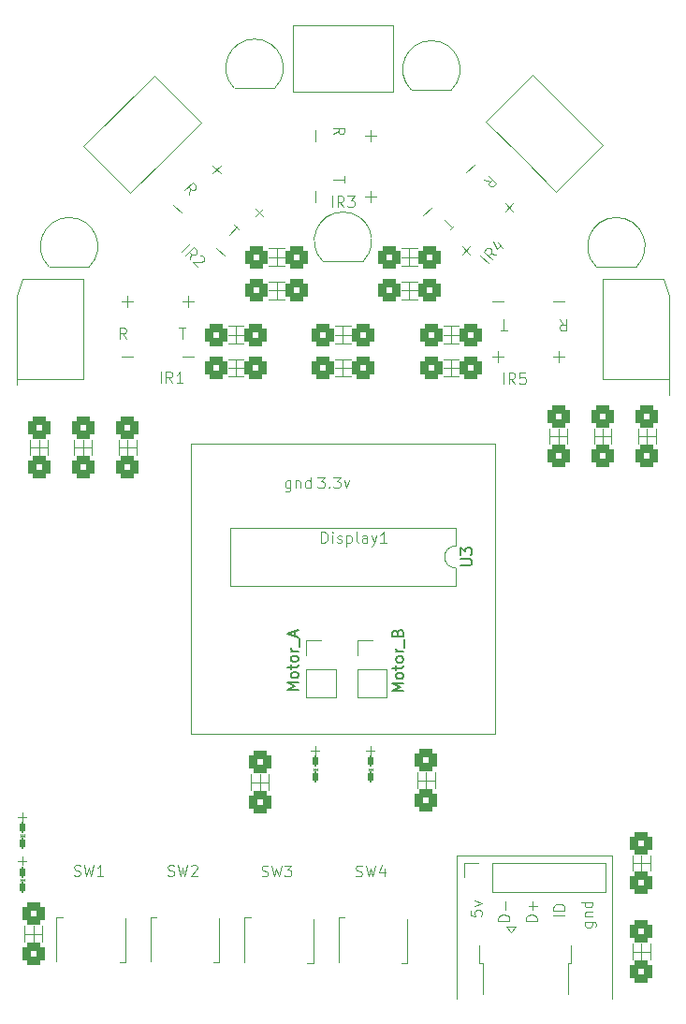
<source format=gto>
G04 #@! TF.GenerationSoftware,KiCad,Pcbnew,8.0.6-8.0.6-0~ubuntu24.04.1*
G04 #@! TF.CreationDate,2024-10-30T09:28:35+01:00*
G04 #@! TF.ProjectId,micromouse_pcb,6d696372-6f6d-46f7-9573-655f7063622e,rev?*
G04 #@! TF.SameCoordinates,Original*
G04 #@! TF.FileFunction,Legend,Top*
G04 #@! TF.FilePolarity,Positive*
%FSLAX46Y46*%
G04 Gerber Fmt 4.6, Leading zero omitted, Abs format (unit mm)*
G04 Created by KiCad (PCBNEW 8.0.6-8.0.6-0~ubuntu24.04.1) date 2024-10-30 09:28:35*
%MOMM*%
%LPD*%
G01*
G04 APERTURE LIST*
G04 Aperture macros list*
%AMRoundRect*
0 Rectangle with rounded corners*
0 $1 Rounding radius*
0 $2 $3 $4 $5 $6 $7 $8 $9 X,Y pos of 4 corners*
0 Add a 4 corners polygon primitive as box body*
4,1,4,$2,$3,$4,$5,$6,$7,$8,$9,$2,$3,0*
0 Add four circle primitives for the rounded corners*
1,1,$1+$1,$2,$3*
1,1,$1+$1,$4,$5*
1,1,$1+$1,$6,$7*
1,1,$1+$1,$8,$9*
0 Add four rect primitives between the rounded corners*
20,1,$1+$1,$2,$3,$4,$5,0*
20,1,$1+$1,$4,$5,$6,$7,0*
20,1,$1+$1,$6,$7,$8,$9,0*
20,1,$1+$1,$8,$9,$2,$3,0*%
G04 Aperture macros list end*
%ADD10C,0.100000*%
%ADD11C,0.150000*%
%ADD12C,0.120000*%
%ADD13RoundRect,0.125000X0.125000X-0.375000X0.125000X0.375000X-0.125000X0.375000X-0.125000X-0.375000X0*%
%ADD14C,1.524000*%
%ADD15C,2.500000*%
%ADD16RoundRect,0.384616X-0.615384X0.615384X-0.615384X-0.615384X0.615384X-0.615384X0.615384X0.615384X0*%
%ADD17RoundRect,0.384616X0.615384X-0.615384X0.615384X0.615384X-0.615384X0.615384X-0.615384X-0.615384X0*%
%ADD18RoundRect,0.384616X-0.615384X-0.615384X0.615384X-0.615384X0.615384X0.615384X-0.615384X0.615384X0*%
%ADD19R,1.050000X1.500000*%
%ADD20O,1.050000X1.500000*%
%ADD21C,3.200000*%
%ADD22O,1.524000X2.000000*%
%ADD23RoundRect,0.384616X0.615384X0.615384X-0.615384X0.615384X-0.615384X-0.615384X0.615384X-0.615384X0*%
%ADD24R,1.600000X1.600000*%
%ADD25O,1.600000X1.600000*%
%ADD26R,0.400000X1.650000*%
%ADD27R,1.825000X0.700000*%
%ADD28R,2.000000X1.500000*%
%ADD29R,1.350000X2.000000*%
%ADD30O,1.350000X1.700000*%
%ADD31O,1.100000X1.500000*%
%ADD32R,1.430000X2.500000*%
%ADD33R,1.700000X2.200000*%
%ADD34O,1.700000X2.200000*%
%ADD35O,1.700000X1.700000*%
%ADD36R,1.700000X1.700000*%
%ADD37R,1.700000X3.000000*%
G04 APERTURE END LIST*
D10*
X152491466Y-126996115D02*
X152491466Y-126234211D01*
X152872419Y-126615163D02*
X152110514Y-126615163D01*
X164523810Y-93457419D02*
X164523810Y-92457419D01*
X165571428Y-93457419D02*
X165238095Y-92981228D01*
X165000000Y-93457419D02*
X165000000Y-92457419D01*
X165000000Y-92457419D02*
X165380952Y-92457419D01*
X165380952Y-92457419D02*
X165476190Y-92505038D01*
X165476190Y-92505038D02*
X165523809Y-92552657D01*
X165523809Y-92552657D02*
X165571428Y-92647895D01*
X165571428Y-92647895D02*
X165571428Y-92790752D01*
X165571428Y-92790752D02*
X165523809Y-92885990D01*
X165523809Y-92885990D02*
X165476190Y-92933609D01*
X165476190Y-92933609D02*
X165380952Y-92981228D01*
X165380952Y-92981228D02*
X165000000Y-92981228D01*
X166476190Y-92457419D02*
X166000000Y-92457419D01*
X166000000Y-92457419D02*
X165952381Y-92933609D01*
X165952381Y-92933609D02*
X166000000Y-92885990D01*
X166000000Y-92885990D02*
X166095238Y-92838371D01*
X166095238Y-92838371D02*
X166333333Y-92838371D01*
X166333333Y-92838371D02*
X166428571Y-92885990D01*
X166428571Y-92885990D02*
X166476190Y-92933609D01*
X166476190Y-92933609D02*
X166523809Y-93028847D01*
X166523809Y-93028847D02*
X166523809Y-93266942D01*
X166523809Y-93266942D02*
X166476190Y-93362180D01*
X166476190Y-93362180D02*
X166428571Y-93409800D01*
X166428571Y-93409800D02*
X166333333Y-93457419D01*
X166333333Y-93457419D02*
X166095238Y-93457419D01*
X166095238Y-93457419D02*
X166000000Y-93409800D01*
X166000000Y-93409800D02*
X165952381Y-93362180D01*
X164838972Y-88627580D02*
X164267544Y-88627580D01*
X164553258Y-87627580D02*
X164553258Y-88627580D01*
X169624687Y-87627580D02*
X169958020Y-88103771D01*
X170196115Y-87627580D02*
X170196115Y-88627580D01*
X170196115Y-88627580D02*
X169815163Y-88627580D01*
X169815163Y-88627580D02*
X169719925Y-88579961D01*
X169719925Y-88579961D02*
X169672306Y-88532342D01*
X169672306Y-88532342D02*
X169624687Y-88437104D01*
X169624687Y-88437104D02*
X169624687Y-88294247D01*
X169624687Y-88294247D02*
X169672306Y-88199009D01*
X169672306Y-88199009D02*
X169719925Y-88151390D01*
X169719925Y-88151390D02*
X169815163Y-88103771D01*
X169815163Y-88103771D02*
X170196115Y-88103771D01*
X133523810Y-93357419D02*
X133523810Y-92357419D01*
X134571428Y-93357419D02*
X134238095Y-92881228D01*
X134000000Y-93357419D02*
X134000000Y-92357419D01*
X134000000Y-92357419D02*
X134380952Y-92357419D01*
X134380952Y-92357419D02*
X134476190Y-92405038D01*
X134476190Y-92405038D02*
X134523809Y-92452657D01*
X134523809Y-92452657D02*
X134571428Y-92547895D01*
X134571428Y-92547895D02*
X134571428Y-92690752D01*
X134571428Y-92690752D02*
X134523809Y-92785990D01*
X134523809Y-92785990D02*
X134476190Y-92833609D01*
X134476190Y-92833609D02*
X134380952Y-92881228D01*
X134380952Y-92881228D02*
X134000000Y-92881228D01*
X135523809Y-93357419D02*
X134952381Y-93357419D01*
X135238095Y-93357419D02*
X135238095Y-92357419D01*
X135238095Y-92357419D02*
X135142857Y-92500276D01*
X135142857Y-92500276D02*
X135047619Y-92595514D01*
X135047619Y-92595514D02*
X134952381Y-92643133D01*
X135161027Y-88372419D02*
X135732455Y-88372419D01*
X135446741Y-89372419D02*
X135446741Y-88372419D01*
X130375312Y-89372419D02*
X130041979Y-88896228D01*
X129803884Y-89372419D02*
X129803884Y-88372419D01*
X129803884Y-88372419D02*
X130184836Y-88372419D01*
X130184836Y-88372419D02*
X130280074Y-88420038D01*
X130280074Y-88420038D02*
X130327693Y-88467657D01*
X130327693Y-88467657D02*
X130375312Y-88562895D01*
X130375312Y-88562895D02*
X130375312Y-88705752D01*
X130375312Y-88705752D02*
X130327693Y-88800990D01*
X130327693Y-88800990D02*
X130280074Y-88848609D01*
X130280074Y-88848609D02*
X130184836Y-88896228D01*
X130184836Y-88896228D02*
X129803884Y-88896228D01*
X147491466Y-126996115D02*
X147491466Y-126234211D01*
X147872419Y-126615163D02*
X147110514Y-126615163D01*
X148041428Y-107832419D02*
X148041428Y-106832419D01*
X148041428Y-106832419D02*
X148279523Y-106832419D01*
X148279523Y-106832419D02*
X148422380Y-106880038D01*
X148422380Y-106880038D02*
X148517618Y-106975276D01*
X148517618Y-106975276D02*
X148565237Y-107070514D01*
X148565237Y-107070514D02*
X148612856Y-107260990D01*
X148612856Y-107260990D02*
X148612856Y-107403847D01*
X148612856Y-107403847D02*
X148565237Y-107594323D01*
X148565237Y-107594323D02*
X148517618Y-107689561D01*
X148517618Y-107689561D02*
X148422380Y-107784800D01*
X148422380Y-107784800D02*
X148279523Y-107832419D01*
X148279523Y-107832419D02*
X148041428Y-107832419D01*
X149041428Y-107832419D02*
X149041428Y-107165752D01*
X149041428Y-106832419D02*
X148993809Y-106880038D01*
X148993809Y-106880038D02*
X149041428Y-106927657D01*
X149041428Y-106927657D02*
X149089047Y-106880038D01*
X149089047Y-106880038D02*
X149041428Y-106832419D01*
X149041428Y-106832419D02*
X149041428Y-106927657D01*
X149469999Y-107784800D02*
X149565237Y-107832419D01*
X149565237Y-107832419D02*
X149755713Y-107832419D01*
X149755713Y-107832419D02*
X149850951Y-107784800D01*
X149850951Y-107784800D02*
X149898570Y-107689561D01*
X149898570Y-107689561D02*
X149898570Y-107641942D01*
X149898570Y-107641942D02*
X149850951Y-107546704D01*
X149850951Y-107546704D02*
X149755713Y-107499085D01*
X149755713Y-107499085D02*
X149612856Y-107499085D01*
X149612856Y-107499085D02*
X149517618Y-107451466D01*
X149517618Y-107451466D02*
X149469999Y-107356228D01*
X149469999Y-107356228D02*
X149469999Y-107308609D01*
X149469999Y-107308609D02*
X149517618Y-107213371D01*
X149517618Y-107213371D02*
X149612856Y-107165752D01*
X149612856Y-107165752D02*
X149755713Y-107165752D01*
X149755713Y-107165752D02*
X149850951Y-107213371D01*
X150327142Y-107165752D02*
X150327142Y-108165752D01*
X150327142Y-107213371D02*
X150422380Y-107165752D01*
X150422380Y-107165752D02*
X150612856Y-107165752D01*
X150612856Y-107165752D02*
X150708094Y-107213371D01*
X150708094Y-107213371D02*
X150755713Y-107260990D01*
X150755713Y-107260990D02*
X150803332Y-107356228D01*
X150803332Y-107356228D02*
X150803332Y-107641942D01*
X150803332Y-107641942D02*
X150755713Y-107737180D01*
X150755713Y-107737180D02*
X150708094Y-107784800D01*
X150708094Y-107784800D02*
X150612856Y-107832419D01*
X150612856Y-107832419D02*
X150422380Y-107832419D01*
X150422380Y-107832419D02*
X150327142Y-107784800D01*
X151374761Y-107832419D02*
X151279523Y-107784800D01*
X151279523Y-107784800D02*
X151231904Y-107689561D01*
X151231904Y-107689561D02*
X151231904Y-106832419D01*
X152184285Y-107832419D02*
X152184285Y-107308609D01*
X152184285Y-107308609D02*
X152136666Y-107213371D01*
X152136666Y-107213371D02*
X152041428Y-107165752D01*
X152041428Y-107165752D02*
X151850952Y-107165752D01*
X151850952Y-107165752D02*
X151755714Y-107213371D01*
X152184285Y-107784800D02*
X152089047Y-107832419D01*
X152089047Y-107832419D02*
X151850952Y-107832419D01*
X151850952Y-107832419D02*
X151755714Y-107784800D01*
X151755714Y-107784800D02*
X151708095Y-107689561D01*
X151708095Y-107689561D02*
X151708095Y-107594323D01*
X151708095Y-107594323D02*
X151755714Y-107499085D01*
X151755714Y-107499085D02*
X151850952Y-107451466D01*
X151850952Y-107451466D02*
X152089047Y-107451466D01*
X152089047Y-107451466D02*
X152184285Y-107403847D01*
X152565238Y-107165752D02*
X152803333Y-107832419D01*
X153041428Y-107165752D02*
X152803333Y-107832419D01*
X152803333Y-107832419D02*
X152708095Y-108070514D01*
X152708095Y-108070514D02*
X152660476Y-108118133D01*
X152660476Y-108118133D02*
X152565238Y-108165752D01*
X153946190Y-107832419D02*
X153374762Y-107832419D01*
X153660476Y-107832419D02*
X153660476Y-106832419D01*
X153660476Y-106832419D02*
X153565238Y-106975276D01*
X153565238Y-106975276D02*
X153470000Y-107070514D01*
X153470000Y-107070514D02*
X153374762Y-107118133D01*
X145232455Y-102205752D02*
X145232455Y-103015276D01*
X145232455Y-103015276D02*
X145184836Y-103110514D01*
X145184836Y-103110514D02*
X145137217Y-103158133D01*
X145137217Y-103158133D02*
X145041979Y-103205752D01*
X145041979Y-103205752D02*
X144899122Y-103205752D01*
X144899122Y-103205752D02*
X144803884Y-103158133D01*
X145232455Y-102824800D02*
X145137217Y-102872419D01*
X145137217Y-102872419D02*
X144946741Y-102872419D01*
X144946741Y-102872419D02*
X144851503Y-102824800D01*
X144851503Y-102824800D02*
X144803884Y-102777180D01*
X144803884Y-102777180D02*
X144756265Y-102681942D01*
X144756265Y-102681942D02*
X144756265Y-102396228D01*
X144756265Y-102396228D02*
X144803884Y-102300990D01*
X144803884Y-102300990D02*
X144851503Y-102253371D01*
X144851503Y-102253371D02*
X144946741Y-102205752D01*
X144946741Y-102205752D02*
X145137217Y-102205752D01*
X145137217Y-102205752D02*
X145232455Y-102253371D01*
X145708646Y-102205752D02*
X145708646Y-102872419D01*
X145708646Y-102300990D02*
X145756265Y-102253371D01*
X145756265Y-102253371D02*
X145851503Y-102205752D01*
X145851503Y-102205752D02*
X145994360Y-102205752D01*
X145994360Y-102205752D02*
X146089598Y-102253371D01*
X146089598Y-102253371D02*
X146137217Y-102348609D01*
X146137217Y-102348609D02*
X146137217Y-102872419D01*
X147041979Y-102872419D02*
X147041979Y-101872419D01*
X147041979Y-102824800D02*
X146946741Y-102872419D01*
X146946741Y-102872419D02*
X146756265Y-102872419D01*
X146756265Y-102872419D02*
X146661027Y-102824800D01*
X146661027Y-102824800D02*
X146613408Y-102777180D01*
X146613408Y-102777180D02*
X146565789Y-102681942D01*
X146565789Y-102681942D02*
X146565789Y-102396228D01*
X146565789Y-102396228D02*
X146613408Y-102300990D01*
X146613408Y-102300990D02*
X146661027Y-102253371D01*
X146661027Y-102253371D02*
X146756265Y-102205752D01*
X146756265Y-102205752D02*
X146946741Y-102205752D01*
X146946741Y-102205752D02*
X147041979Y-102253371D01*
X147708646Y-101872419D02*
X148327693Y-101872419D01*
X148327693Y-101872419D02*
X147994360Y-102253371D01*
X147994360Y-102253371D02*
X148137217Y-102253371D01*
X148137217Y-102253371D02*
X148232455Y-102300990D01*
X148232455Y-102300990D02*
X148280074Y-102348609D01*
X148280074Y-102348609D02*
X148327693Y-102443847D01*
X148327693Y-102443847D02*
X148327693Y-102681942D01*
X148327693Y-102681942D02*
X148280074Y-102777180D01*
X148280074Y-102777180D02*
X148232455Y-102824800D01*
X148232455Y-102824800D02*
X148137217Y-102872419D01*
X148137217Y-102872419D02*
X147851503Y-102872419D01*
X147851503Y-102872419D02*
X147756265Y-102824800D01*
X147756265Y-102824800D02*
X147708646Y-102777180D01*
X148756265Y-102777180D02*
X148803884Y-102824800D01*
X148803884Y-102824800D02*
X148756265Y-102872419D01*
X148756265Y-102872419D02*
X148708646Y-102824800D01*
X148708646Y-102824800D02*
X148756265Y-102777180D01*
X148756265Y-102777180D02*
X148756265Y-102872419D01*
X149137217Y-101872419D02*
X149756264Y-101872419D01*
X149756264Y-101872419D02*
X149422931Y-102253371D01*
X149422931Y-102253371D02*
X149565788Y-102253371D01*
X149565788Y-102253371D02*
X149661026Y-102300990D01*
X149661026Y-102300990D02*
X149708645Y-102348609D01*
X149708645Y-102348609D02*
X149756264Y-102443847D01*
X149756264Y-102443847D02*
X149756264Y-102681942D01*
X149756264Y-102681942D02*
X149708645Y-102777180D01*
X149708645Y-102777180D02*
X149661026Y-102824800D01*
X149661026Y-102824800D02*
X149565788Y-102872419D01*
X149565788Y-102872419D02*
X149280074Y-102872419D01*
X149280074Y-102872419D02*
X149184836Y-102824800D01*
X149184836Y-102824800D02*
X149137217Y-102777180D01*
X150089598Y-102205752D02*
X150327693Y-102872419D01*
X150327693Y-102872419D02*
X150565788Y-102205752D01*
X149023810Y-77457419D02*
X149023810Y-76457419D01*
X150071428Y-77457419D02*
X149738095Y-76981228D01*
X149500000Y-77457419D02*
X149500000Y-76457419D01*
X149500000Y-76457419D02*
X149880952Y-76457419D01*
X149880952Y-76457419D02*
X149976190Y-76505038D01*
X149976190Y-76505038D02*
X150023809Y-76552657D01*
X150023809Y-76552657D02*
X150071428Y-76647895D01*
X150071428Y-76647895D02*
X150071428Y-76790752D01*
X150071428Y-76790752D02*
X150023809Y-76885990D01*
X150023809Y-76885990D02*
X149976190Y-76933609D01*
X149976190Y-76933609D02*
X149880952Y-76981228D01*
X149880952Y-76981228D02*
X149500000Y-76981228D01*
X150404762Y-76457419D02*
X151023809Y-76457419D01*
X151023809Y-76457419D02*
X150690476Y-76838371D01*
X150690476Y-76838371D02*
X150833333Y-76838371D01*
X150833333Y-76838371D02*
X150928571Y-76885990D01*
X150928571Y-76885990D02*
X150976190Y-76933609D01*
X150976190Y-76933609D02*
X151023809Y-77028847D01*
X151023809Y-77028847D02*
X151023809Y-77266942D01*
X151023809Y-77266942D02*
X150976190Y-77362180D01*
X150976190Y-77362180D02*
X150928571Y-77409800D01*
X150928571Y-77409800D02*
X150833333Y-77457419D01*
X150833333Y-77457419D02*
X150547619Y-77457419D01*
X150547619Y-77457419D02*
X150452381Y-77409800D01*
X150452381Y-77409800D02*
X150404762Y-77362180D01*
X149127580Y-70875312D02*
X149603771Y-70541979D01*
X149127580Y-70303884D02*
X150127580Y-70303884D01*
X150127580Y-70303884D02*
X150127580Y-70684836D01*
X150127580Y-70684836D02*
X150079961Y-70780074D01*
X150079961Y-70780074D02*
X150032342Y-70827693D01*
X150032342Y-70827693D02*
X149937104Y-70875312D01*
X149937104Y-70875312D02*
X149794247Y-70875312D01*
X149794247Y-70875312D02*
X149699009Y-70827693D01*
X149699009Y-70827693D02*
X149651390Y-70780074D01*
X149651390Y-70780074D02*
X149603771Y-70684836D01*
X149603771Y-70684836D02*
X149603771Y-70303884D01*
X150127580Y-74661027D02*
X150127580Y-75232455D01*
X149127580Y-74946741D02*
X150127580Y-74946741D01*
X163133173Y-82513714D02*
X162426066Y-81806607D01*
X163873951Y-81772936D02*
X163301532Y-81671921D01*
X163469890Y-82176997D02*
X162762784Y-81469890D01*
X162762784Y-81469890D02*
X163032158Y-81200516D01*
X163032158Y-81200516D02*
X163133173Y-81166844D01*
X163133173Y-81166844D02*
X163200516Y-81166844D01*
X163200516Y-81166844D02*
X163301532Y-81200516D01*
X163301532Y-81200516D02*
X163402547Y-81301531D01*
X163402547Y-81301531D02*
X163436219Y-81402547D01*
X163436219Y-81402547D02*
X163436219Y-81469890D01*
X163436219Y-81469890D02*
X163402547Y-81570905D01*
X163402547Y-81570905D02*
X163133173Y-81840279D01*
X164008638Y-80695440D02*
X164480043Y-81166844D01*
X163570906Y-80594425D02*
X163907623Y-81267860D01*
X163907623Y-81267860D02*
X164345356Y-80830127D01*
X162753758Y-75012452D02*
X163326178Y-75113468D01*
X163157819Y-74608391D02*
X163864926Y-75315498D01*
X163864926Y-75315498D02*
X163595552Y-75584872D01*
X163595552Y-75584872D02*
X163494537Y-75618544D01*
X163494537Y-75618544D02*
X163427193Y-75618544D01*
X163427193Y-75618544D02*
X163326178Y-75584872D01*
X163326178Y-75584872D02*
X163225163Y-75483857D01*
X163225163Y-75483857D02*
X163191491Y-75382842D01*
X163191491Y-75382842D02*
X163191491Y-75315498D01*
X163191491Y-75315498D02*
X163225163Y-75214483D01*
X163225163Y-75214483D02*
X163494537Y-74945109D01*
X160076855Y-79103570D02*
X159672794Y-79507631D01*
X159167718Y-78598494D02*
X159874825Y-79305600D01*
D11*
X160659819Y-109871904D02*
X161469342Y-109871904D01*
X161469342Y-109871904D02*
X161564580Y-109824285D01*
X161564580Y-109824285D02*
X161612200Y-109776666D01*
X161612200Y-109776666D02*
X161659819Y-109681428D01*
X161659819Y-109681428D02*
X161659819Y-109490952D01*
X161659819Y-109490952D02*
X161612200Y-109395714D01*
X161612200Y-109395714D02*
X161564580Y-109348095D01*
X161564580Y-109348095D02*
X161469342Y-109300476D01*
X161469342Y-109300476D02*
X160659819Y-109300476D01*
X160659819Y-108919523D02*
X160659819Y-108300476D01*
X160659819Y-108300476D02*
X161040771Y-108633809D01*
X161040771Y-108633809D02*
X161040771Y-108490952D01*
X161040771Y-108490952D02*
X161088390Y-108395714D01*
X161088390Y-108395714D02*
X161136009Y-108348095D01*
X161136009Y-108348095D02*
X161231247Y-108300476D01*
X161231247Y-108300476D02*
X161469342Y-108300476D01*
X161469342Y-108300476D02*
X161564580Y-108348095D01*
X161564580Y-108348095D02*
X161612200Y-108395714D01*
X161612200Y-108395714D02*
X161659819Y-108490952D01*
X161659819Y-108490952D02*
X161659819Y-108776666D01*
X161659819Y-108776666D02*
X161612200Y-108871904D01*
X161612200Y-108871904D02*
X161564580Y-108919523D01*
D10*
X120991466Y-136996115D02*
X120991466Y-136234211D01*
X121372419Y-136615163D02*
X120610514Y-136615163D01*
X120991466Y-132996115D02*
X120991466Y-132234211D01*
X121372419Y-132615163D02*
X120610514Y-132615163D01*
X165047419Y-142046115D02*
X164047419Y-142046115D01*
X164047419Y-142046115D02*
X164047419Y-141808020D01*
X164047419Y-141808020D02*
X164095038Y-141665163D01*
X164095038Y-141665163D02*
X164190276Y-141569925D01*
X164190276Y-141569925D02*
X164285514Y-141522306D01*
X164285514Y-141522306D02*
X164475990Y-141474687D01*
X164475990Y-141474687D02*
X164618847Y-141474687D01*
X164618847Y-141474687D02*
X164809323Y-141522306D01*
X164809323Y-141522306D02*
X164904561Y-141569925D01*
X164904561Y-141569925D02*
X164999800Y-141665163D01*
X164999800Y-141665163D02*
X165047419Y-141808020D01*
X165047419Y-141808020D02*
X165047419Y-142046115D01*
X164666466Y-141046115D02*
X164666466Y-140284211D01*
X171880752Y-142117544D02*
X172690276Y-142117544D01*
X172690276Y-142117544D02*
X172785514Y-142165163D01*
X172785514Y-142165163D02*
X172833133Y-142212782D01*
X172833133Y-142212782D02*
X172880752Y-142308020D01*
X172880752Y-142308020D02*
X172880752Y-142450877D01*
X172880752Y-142450877D02*
X172833133Y-142546115D01*
X172499800Y-142117544D02*
X172547419Y-142212782D01*
X172547419Y-142212782D02*
X172547419Y-142403258D01*
X172547419Y-142403258D02*
X172499800Y-142498496D01*
X172499800Y-142498496D02*
X172452180Y-142546115D01*
X172452180Y-142546115D02*
X172356942Y-142593734D01*
X172356942Y-142593734D02*
X172071228Y-142593734D01*
X172071228Y-142593734D02*
X171975990Y-142546115D01*
X171975990Y-142546115D02*
X171928371Y-142498496D01*
X171928371Y-142498496D02*
X171880752Y-142403258D01*
X171880752Y-142403258D02*
X171880752Y-142212782D01*
X171880752Y-142212782D02*
X171928371Y-142117544D01*
X171880752Y-141641353D02*
X172547419Y-141641353D01*
X171975990Y-141641353D02*
X171928371Y-141593734D01*
X171928371Y-141593734D02*
X171880752Y-141498496D01*
X171880752Y-141498496D02*
X171880752Y-141355639D01*
X171880752Y-141355639D02*
X171928371Y-141260401D01*
X171928371Y-141260401D02*
X172023609Y-141212782D01*
X172023609Y-141212782D02*
X172547419Y-141212782D01*
X172547419Y-140308020D02*
X171547419Y-140308020D01*
X172499800Y-140308020D02*
X172547419Y-140403258D01*
X172547419Y-140403258D02*
X172547419Y-140593734D01*
X172547419Y-140593734D02*
X172499800Y-140688972D01*
X172499800Y-140688972D02*
X172452180Y-140736591D01*
X172452180Y-140736591D02*
X172356942Y-140784210D01*
X172356942Y-140784210D02*
X172071228Y-140784210D01*
X172071228Y-140784210D02*
X171975990Y-140736591D01*
X171975990Y-140736591D02*
X171928371Y-140688972D01*
X171928371Y-140688972D02*
X171880752Y-140593734D01*
X171880752Y-140593734D02*
X171880752Y-140403258D01*
X171880752Y-140403258D02*
X171928371Y-140308020D01*
X167547419Y-142046115D02*
X166547419Y-142046115D01*
X166547419Y-142046115D02*
X166547419Y-141808020D01*
X166547419Y-141808020D02*
X166595038Y-141665163D01*
X166595038Y-141665163D02*
X166690276Y-141569925D01*
X166690276Y-141569925D02*
X166785514Y-141522306D01*
X166785514Y-141522306D02*
X166975990Y-141474687D01*
X166975990Y-141474687D02*
X167118847Y-141474687D01*
X167118847Y-141474687D02*
X167309323Y-141522306D01*
X167309323Y-141522306D02*
X167404561Y-141569925D01*
X167404561Y-141569925D02*
X167499800Y-141665163D01*
X167499800Y-141665163D02*
X167547419Y-141808020D01*
X167547419Y-141808020D02*
X167547419Y-142046115D01*
X167166466Y-141046115D02*
X167166466Y-140284211D01*
X167547419Y-140665163D02*
X166785514Y-140665163D01*
X161547419Y-141069925D02*
X161547419Y-141546115D01*
X161547419Y-141546115D02*
X162023609Y-141593734D01*
X162023609Y-141593734D02*
X161975990Y-141546115D01*
X161975990Y-141546115D02*
X161928371Y-141450877D01*
X161928371Y-141450877D02*
X161928371Y-141212782D01*
X161928371Y-141212782D02*
X161975990Y-141117544D01*
X161975990Y-141117544D02*
X162023609Y-141069925D01*
X162023609Y-141069925D02*
X162118847Y-141022306D01*
X162118847Y-141022306D02*
X162356942Y-141022306D01*
X162356942Y-141022306D02*
X162452180Y-141069925D01*
X162452180Y-141069925D02*
X162499800Y-141117544D01*
X162499800Y-141117544D02*
X162547419Y-141212782D01*
X162547419Y-141212782D02*
X162547419Y-141450877D01*
X162547419Y-141450877D02*
X162499800Y-141546115D01*
X162499800Y-141546115D02*
X162452180Y-141593734D01*
X161880752Y-140688972D02*
X162547419Y-140450877D01*
X162547419Y-140450877D02*
X161880752Y-140212782D01*
X170047419Y-141546115D02*
X169047419Y-141546115D01*
X170047419Y-141069925D02*
X169047419Y-141069925D01*
X169047419Y-141069925D02*
X169047419Y-140831830D01*
X169047419Y-140831830D02*
X169095038Y-140688973D01*
X169095038Y-140688973D02*
X169190276Y-140593735D01*
X169190276Y-140593735D02*
X169285514Y-140546116D01*
X169285514Y-140546116D02*
X169475990Y-140498497D01*
X169475990Y-140498497D02*
X169618847Y-140498497D01*
X169618847Y-140498497D02*
X169809323Y-140546116D01*
X169809323Y-140546116D02*
X169904561Y-140593735D01*
X169904561Y-140593735D02*
X169999800Y-140688973D01*
X169999800Y-140688973D02*
X170047419Y-140831830D01*
X170047419Y-140831830D02*
X170047419Y-141069925D01*
D11*
X145954819Y-121142857D02*
X144954819Y-121142857D01*
X144954819Y-121142857D02*
X145669104Y-120809524D01*
X145669104Y-120809524D02*
X144954819Y-120476191D01*
X144954819Y-120476191D02*
X145954819Y-120476191D01*
X145954819Y-119857143D02*
X145907200Y-119952381D01*
X145907200Y-119952381D02*
X145859580Y-120000000D01*
X145859580Y-120000000D02*
X145764342Y-120047619D01*
X145764342Y-120047619D02*
X145478628Y-120047619D01*
X145478628Y-120047619D02*
X145383390Y-120000000D01*
X145383390Y-120000000D02*
X145335771Y-119952381D01*
X145335771Y-119952381D02*
X145288152Y-119857143D01*
X145288152Y-119857143D02*
X145288152Y-119714286D01*
X145288152Y-119714286D02*
X145335771Y-119619048D01*
X145335771Y-119619048D02*
X145383390Y-119571429D01*
X145383390Y-119571429D02*
X145478628Y-119523810D01*
X145478628Y-119523810D02*
X145764342Y-119523810D01*
X145764342Y-119523810D02*
X145859580Y-119571429D01*
X145859580Y-119571429D02*
X145907200Y-119619048D01*
X145907200Y-119619048D02*
X145954819Y-119714286D01*
X145954819Y-119714286D02*
X145954819Y-119857143D01*
X145288152Y-119238095D02*
X145288152Y-118857143D01*
X144954819Y-119095238D02*
X145811961Y-119095238D01*
X145811961Y-119095238D02*
X145907200Y-119047619D01*
X145907200Y-119047619D02*
X145954819Y-118952381D01*
X145954819Y-118952381D02*
X145954819Y-118857143D01*
X145954819Y-118380952D02*
X145907200Y-118476190D01*
X145907200Y-118476190D02*
X145859580Y-118523809D01*
X145859580Y-118523809D02*
X145764342Y-118571428D01*
X145764342Y-118571428D02*
X145478628Y-118571428D01*
X145478628Y-118571428D02*
X145383390Y-118523809D01*
X145383390Y-118523809D02*
X145335771Y-118476190D01*
X145335771Y-118476190D02*
X145288152Y-118380952D01*
X145288152Y-118380952D02*
X145288152Y-118238095D01*
X145288152Y-118238095D02*
X145335771Y-118142857D01*
X145335771Y-118142857D02*
X145383390Y-118095238D01*
X145383390Y-118095238D02*
X145478628Y-118047619D01*
X145478628Y-118047619D02*
X145764342Y-118047619D01*
X145764342Y-118047619D02*
X145859580Y-118095238D01*
X145859580Y-118095238D02*
X145907200Y-118142857D01*
X145907200Y-118142857D02*
X145954819Y-118238095D01*
X145954819Y-118238095D02*
X145954819Y-118380952D01*
X145954819Y-117619047D02*
X145288152Y-117619047D01*
X145478628Y-117619047D02*
X145383390Y-117571428D01*
X145383390Y-117571428D02*
X145335771Y-117523809D01*
X145335771Y-117523809D02*
X145288152Y-117428571D01*
X145288152Y-117428571D02*
X145288152Y-117333333D01*
X146050057Y-117238095D02*
X146050057Y-116476190D01*
X145669104Y-116285713D02*
X145669104Y-115809523D01*
X145954819Y-116380951D02*
X144954819Y-116047618D01*
X144954819Y-116047618D02*
X145954819Y-115714285D01*
D10*
X151156667Y-137959800D02*
X151299524Y-138007419D01*
X151299524Y-138007419D02*
X151537619Y-138007419D01*
X151537619Y-138007419D02*
X151632857Y-137959800D01*
X151632857Y-137959800D02*
X151680476Y-137912180D01*
X151680476Y-137912180D02*
X151728095Y-137816942D01*
X151728095Y-137816942D02*
X151728095Y-137721704D01*
X151728095Y-137721704D02*
X151680476Y-137626466D01*
X151680476Y-137626466D02*
X151632857Y-137578847D01*
X151632857Y-137578847D02*
X151537619Y-137531228D01*
X151537619Y-137531228D02*
X151347143Y-137483609D01*
X151347143Y-137483609D02*
X151251905Y-137435990D01*
X151251905Y-137435990D02*
X151204286Y-137388371D01*
X151204286Y-137388371D02*
X151156667Y-137293133D01*
X151156667Y-137293133D02*
X151156667Y-137197895D01*
X151156667Y-137197895D02*
X151204286Y-137102657D01*
X151204286Y-137102657D02*
X151251905Y-137055038D01*
X151251905Y-137055038D02*
X151347143Y-137007419D01*
X151347143Y-137007419D02*
X151585238Y-137007419D01*
X151585238Y-137007419D02*
X151728095Y-137055038D01*
X152061429Y-137007419D02*
X152299524Y-138007419D01*
X152299524Y-138007419D02*
X152490000Y-137293133D01*
X152490000Y-137293133D02*
X152680476Y-138007419D01*
X152680476Y-138007419D02*
X152918572Y-137007419D01*
X153728095Y-137340752D02*
X153728095Y-138007419D01*
X153490000Y-136959800D02*
X153251905Y-137674085D01*
X153251905Y-137674085D02*
X153870952Y-137674085D01*
X134156667Y-137909800D02*
X134299524Y-137957419D01*
X134299524Y-137957419D02*
X134537619Y-137957419D01*
X134537619Y-137957419D02*
X134632857Y-137909800D01*
X134632857Y-137909800D02*
X134680476Y-137862180D01*
X134680476Y-137862180D02*
X134728095Y-137766942D01*
X134728095Y-137766942D02*
X134728095Y-137671704D01*
X134728095Y-137671704D02*
X134680476Y-137576466D01*
X134680476Y-137576466D02*
X134632857Y-137528847D01*
X134632857Y-137528847D02*
X134537619Y-137481228D01*
X134537619Y-137481228D02*
X134347143Y-137433609D01*
X134347143Y-137433609D02*
X134251905Y-137385990D01*
X134251905Y-137385990D02*
X134204286Y-137338371D01*
X134204286Y-137338371D02*
X134156667Y-137243133D01*
X134156667Y-137243133D02*
X134156667Y-137147895D01*
X134156667Y-137147895D02*
X134204286Y-137052657D01*
X134204286Y-137052657D02*
X134251905Y-137005038D01*
X134251905Y-137005038D02*
X134347143Y-136957419D01*
X134347143Y-136957419D02*
X134585238Y-136957419D01*
X134585238Y-136957419D02*
X134728095Y-137005038D01*
X135061429Y-136957419D02*
X135299524Y-137957419D01*
X135299524Y-137957419D02*
X135490000Y-137243133D01*
X135490000Y-137243133D02*
X135680476Y-137957419D01*
X135680476Y-137957419D02*
X135918572Y-136957419D01*
X136251905Y-137052657D02*
X136299524Y-137005038D01*
X136299524Y-137005038D02*
X136394762Y-136957419D01*
X136394762Y-136957419D02*
X136632857Y-136957419D01*
X136632857Y-136957419D02*
X136728095Y-137005038D01*
X136728095Y-137005038D02*
X136775714Y-137052657D01*
X136775714Y-137052657D02*
X136823333Y-137147895D01*
X136823333Y-137147895D02*
X136823333Y-137243133D01*
X136823333Y-137243133D02*
X136775714Y-137385990D01*
X136775714Y-137385990D02*
X136204286Y-137957419D01*
X136204286Y-137957419D02*
X136823333Y-137957419D01*
X142656667Y-137959800D02*
X142799524Y-138007419D01*
X142799524Y-138007419D02*
X143037619Y-138007419D01*
X143037619Y-138007419D02*
X143132857Y-137959800D01*
X143132857Y-137959800D02*
X143180476Y-137912180D01*
X143180476Y-137912180D02*
X143228095Y-137816942D01*
X143228095Y-137816942D02*
X143228095Y-137721704D01*
X143228095Y-137721704D02*
X143180476Y-137626466D01*
X143180476Y-137626466D02*
X143132857Y-137578847D01*
X143132857Y-137578847D02*
X143037619Y-137531228D01*
X143037619Y-137531228D02*
X142847143Y-137483609D01*
X142847143Y-137483609D02*
X142751905Y-137435990D01*
X142751905Y-137435990D02*
X142704286Y-137388371D01*
X142704286Y-137388371D02*
X142656667Y-137293133D01*
X142656667Y-137293133D02*
X142656667Y-137197895D01*
X142656667Y-137197895D02*
X142704286Y-137102657D01*
X142704286Y-137102657D02*
X142751905Y-137055038D01*
X142751905Y-137055038D02*
X142847143Y-137007419D01*
X142847143Y-137007419D02*
X143085238Y-137007419D01*
X143085238Y-137007419D02*
X143228095Y-137055038D01*
X143561429Y-137007419D02*
X143799524Y-138007419D01*
X143799524Y-138007419D02*
X143990000Y-137293133D01*
X143990000Y-137293133D02*
X144180476Y-138007419D01*
X144180476Y-138007419D02*
X144418572Y-137007419D01*
X144704286Y-137007419D02*
X145323333Y-137007419D01*
X145323333Y-137007419D02*
X144990000Y-137388371D01*
X144990000Y-137388371D02*
X145132857Y-137388371D01*
X145132857Y-137388371D02*
X145228095Y-137435990D01*
X145228095Y-137435990D02*
X145275714Y-137483609D01*
X145275714Y-137483609D02*
X145323333Y-137578847D01*
X145323333Y-137578847D02*
X145323333Y-137816942D01*
X145323333Y-137816942D02*
X145275714Y-137912180D01*
X145275714Y-137912180D02*
X145228095Y-137959800D01*
X145228095Y-137959800D02*
X145132857Y-138007419D01*
X145132857Y-138007419D02*
X144847143Y-138007419D01*
X144847143Y-138007419D02*
X144751905Y-137959800D01*
X144751905Y-137959800D02*
X144704286Y-137912180D01*
D11*
X155454819Y-121214285D02*
X154454819Y-121214285D01*
X154454819Y-121214285D02*
X155169104Y-120880952D01*
X155169104Y-120880952D02*
X154454819Y-120547619D01*
X154454819Y-120547619D02*
X155454819Y-120547619D01*
X155454819Y-119928571D02*
X155407200Y-120023809D01*
X155407200Y-120023809D02*
X155359580Y-120071428D01*
X155359580Y-120071428D02*
X155264342Y-120119047D01*
X155264342Y-120119047D02*
X154978628Y-120119047D01*
X154978628Y-120119047D02*
X154883390Y-120071428D01*
X154883390Y-120071428D02*
X154835771Y-120023809D01*
X154835771Y-120023809D02*
X154788152Y-119928571D01*
X154788152Y-119928571D02*
X154788152Y-119785714D01*
X154788152Y-119785714D02*
X154835771Y-119690476D01*
X154835771Y-119690476D02*
X154883390Y-119642857D01*
X154883390Y-119642857D02*
X154978628Y-119595238D01*
X154978628Y-119595238D02*
X155264342Y-119595238D01*
X155264342Y-119595238D02*
X155359580Y-119642857D01*
X155359580Y-119642857D02*
X155407200Y-119690476D01*
X155407200Y-119690476D02*
X155454819Y-119785714D01*
X155454819Y-119785714D02*
X155454819Y-119928571D01*
X154788152Y-119309523D02*
X154788152Y-118928571D01*
X154454819Y-119166666D02*
X155311961Y-119166666D01*
X155311961Y-119166666D02*
X155407200Y-119119047D01*
X155407200Y-119119047D02*
X155454819Y-119023809D01*
X155454819Y-119023809D02*
X155454819Y-118928571D01*
X155454819Y-118452380D02*
X155407200Y-118547618D01*
X155407200Y-118547618D02*
X155359580Y-118595237D01*
X155359580Y-118595237D02*
X155264342Y-118642856D01*
X155264342Y-118642856D02*
X154978628Y-118642856D01*
X154978628Y-118642856D02*
X154883390Y-118595237D01*
X154883390Y-118595237D02*
X154835771Y-118547618D01*
X154835771Y-118547618D02*
X154788152Y-118452380D01*
X154788152Y-118452380D02*
X154788152Y-118309523D01*
X154788152Y-118309523D02*
X154835771Y-118214285D01*
X154835771Y-118214285D02*
X154883390Y-118166666D01*
X154883390Y-118166666D02*
X154978628Y-118119047D01*
X154978628Y-118119047D02*
X155264342Y-118119047D01*
X155264342Y-118119047D02*
X155359580Y-118166666D01*
X155359580Y-118166666D02*
X155407200Y-118214285D01*
X155407200Y-118214285D02*
X155454819Y-118309523D01*
X155454819Y-118309523D02*
X155454819Y-118452380D01*
X155454819Y-117690475D02*
X154788152Y-117690475D01*
X154978628Y-117690475D02*
X154883390Y-117642856D01*
X154883390Y-117642856D02*
X154835771Y-117595237D01*
X154835771Y-117595237D02*
X154788152Y-117499999D01*
X154788152Y-117499999D02*
X154788152Y-117404761D01*
X155550057Y-117309523D02*
X155550057Y-116547618D01*
X154931009Y-115976189D02*
X154978628Y-115833332D01*
X154978628Y-115833332D02*
X155026247Y-115785713D01*
X155026247Y-115785713D02*
X155121485Y-115738094D01*
X155121485Y-115738094D02*
X155264342Y-115738094D01*
X155264342Y-115738094D02*
X155359580Y-115785713D01*
X155359580Y-115785713D02*
X155407200Y-115833332D01*
X155407200Y-115833332D02*
X155454819Y-115928570D01*
X155454819Y-115928570D02*
X155454819Y-116309522D01*
X155454819Y-116309522D02*
X154454819Y-116309522D01*
X154454819Y-116309522D02*
X154454819Y-115976189D01*
X154454819Y-115976189D02*
X154502438Y-115880951D01*
X154502438Y-115880951D02*
X154550057Y-115833332D01*
X154550057Y-115833332D02*
X154645295Y-115785713D01*
X154645295Y-115785713D02*
X154740533Y-115785713D01*
X154740533Y-115785713D02*
X154835771Y-115833332D01*
X154835771Y-115833332D02*
X154883390Y-115880951D01*
X154883390Y-115880951D02*
X154931009Y-115976189D01*
X154931009Y-115976189D02*
X154931009Y-116309522D01*
D10*
X125656667Y-137909800D02*
X125799524Y-137957419D01*
X125799524Y-137957419D02*
X126037619Y-137957419D01*
X126037619Y-137957419D02*
X126132857Y-137909800D01*
X126132857Y-137909800D02*
X126180476Y-137862180D01*
X126180476Y-137862180D02*
X126228095Y-137766942D01*
X126228095Y-137766942D02*
X126228095Y-137671704D01*
X126228095Y-137671704D02*
X126180476Y-137576466D01*
X126180476Y-137576466D02*
X126132857Y-137528847D01*
X126132857Y-137528847D02*
X126037619Y-137481228D01*
X126037619Y-137481228D02*
X125847143Y-137433609D01*
X125847143Y-137433609D02*
X125751905Y-137385990D01*
X125751905Y-137385990D02*
X125704286Y-137338371D01*
X125704286Y-137338371D02*
X125656667Y-137243133D01*
X125656667Y-137243133D02*
X125656667Y-137147895D01*
X125656667Y-137147895D02*
X125704286Y-137052657D01*
X125704286Y-137052657D02*
X125751905Y-137005038D01*
X125751905Y-137005038D02*
X125847143Y-136957419D01*
X125847143Y-136957419D02*
X126085238Y-136957419D01*
X126085238Y-136957419D02*
X126228095Y-137005038D01*
X126561429Y-136957419D02*
X126799524Y-137957419D01*
X126799524Y-137957419D02*
X126990000Y-137243133D01*
X126990000Y-137243133D02*
X127180476Y-137957419D01*
X127180476Y-137957419D02*
X127418572Y-136957419D01*
X128323333Y-137957419D02*
X127751905Y-137957419D01*
X128037619Y-137957419D02*
X128037619Y-136957419D01*
X128037619Y-136957419D02*
X127942381Y-137100276D01*
X127942381Y-137100276D02*
X127847143Y-137195514D01*
X127847143Y-137195514D02*
X127751905Y-137243133D01*
X135425625Y-81472007D02*
X136132732Y-80764900D01*
X136166403Y-82212785D02*
X136267418Y-81640366D01*
X135762342Y-81808724D02*
X136469449Y-81101618D01*
X136469449Y-81101618D02*
X136738823Y-81370992D01*
X136738823Y-81370992D02*
X136772495Y-81472007D01*
X136772495Y-81472007D02*
X136772495Y-81539350D01*
X136772495Y-81539350D02*
X136738823Y-81640366D01*
X136738823Y-81640366D02*
X136637808Y-81741381D01*
X136637808Y-81741381D02*
X136536792Y-81775053D01*
X136536792Y-81775053D02*
X136469449Y-81775053D01*
X136469449Y-81775053D02*
X136368434Y-81741381D01*
X136368434Y-81741381D02*
X136099060Y-81472007D01*
X137075540Y-81842396D02*
X137142884Y-81842396D01*
X137142884Y-81842396D02*
X137243899Y-81876068D01*
X137243899Y-81876068D02*
X137412258Y-82044427D01*
X137412258Y-82044427D02*
X137445930Y-82145442D01*
X137445930Y-82145442D02*
X137445930Y-82212785D01*
X137445930Y-82212785D02*
X137412258Y-82313801D01*
X137412258Y-82313801D02*
X137344914Y-82381144D01*
X137344914Y-82381144D02*
X137210227Y-82448488D01*
X137210227Y-82448488D02*
X136402105Y-82448488D01*
X136402105Y-82448488D02*
X136839838Y-82886220D01*
X140178950Y-79034057D02*
X140583011Y-79438118D01*
X139673874Y-79943194D02*
X140380980Y-79236087D01*
X136087831Y-76357153D02*
X136188847Y-75784733D01*
X135683770Y-75953092D02*
X136390877Y-75245985D01*
X136390877Y-75245985D02*
X136660251Y-75515359D01*
X136660251Y-75515359D02*
X136693923Y-75616374D01*
X136693923Y-75616374D02*
X136693923Y-75683718D01*
X136693923Y-75683718D02*
X136660251Y-75784733D01*
X136660251Y-75784733D02*
X136559236Y-75885748D01*
X136559236Y-75885748D02*
X136458221Y-75919420D01*
X136458221Y-75919420D02*
X136390877Y-75919420D01*
X136390877Y-75919420D02*
X136289862Y-75885748D01*
X136289862Y-75885748D02*
X136020488Y-75616374D01*
X152300000Y-128200000D02*
X152300000Y-128400000D01*
X152300000Y-128300000D02*
X152700000Y-128300000D01*
X152300000Y-128400000D02*
X152300000Y-128200000D01*
X152500000Y-128200000D02*
X152500000Y-128400000D01*
X152700000Y-128400000D02*
X152700000Y-128200000D01*
X164000000Y-91500000D02*
X164000000Y-90500000D01*
X164500000Y-86000000D02*
X163500000Y-86000000D01*
X164500000Y-91000000D02*
X163500000Y-91000000D01*
X169500000Y-91500000D02*
X169500000Y-90500000D01*
X170000000Y-86000000D02*
X169000000Y-86000000D01*
X170000000Y-91000000D02*
X169000000Y-91000000D01*
X173500000Y-84000000D02*
X173500000Y-88500000D01*
X173500000Y-88500000D02*
X173500000Y-93000000D01*
X173500000Y-93000000D02*
X179500000Y-93000000D01*
X179000000Y-84000000D02*
X173500000Y-84000000D01*
X179000000Y-84000000D02*
X179500000Y-85500000D01*
X179500000Y-94500000D02*
X179500000Y-85500000D01*
X129700000Y-99200000D02*
X129700000Y-98500000D01*
X129700000Y-99200000D02*
X129700000Y-99900000D01*
X130500000Y-99200000D02*
X129700000Y-99200000D01*
X130500000Y-99200000D02*
X130500000Y-98500000D01*
X130500000Y-99200000D02*
X131300000Y-99200000D01*
X130500000Y-99900000D02*
X130500000Y-99200000D01*
X131300000Y-99200000D02*
X131300000Y-98500000D01*
X131300000Y-99200000D02*
X131300000Y-99900000D01*
X176200000Y-144800000D02*
X176200000Y-144100000D01*
X176200000Y-144800000D02*
X176200000Y-145500000D01*
X177000000Y-144100000D02*
X177000000Y-144900000D01*
X177000000Y-144800000D02*
X176200000Y-144800000D01*
X177000000Y-144800000D02*
X177000000Y-145500000D01*
X177000000Y-144800000D02*
X177800000Y-144800000D01*
X177800000Y-144800000D02*
X177800000Y-144100000D01*
X177800000Y-144800000D02*
X177800000Y-145500000D01*
X150000000Y-91200000D02*
X149300000Y-91200000D01*
X150000000Y-91200000D02*
X150700000Y-91200000D01*
X150000000Y-92000000D02*
X149300000Y-92000000D01*
X150000000Y-92000000D02*
X150000000Y-91200000D01*
X150000000Y-92000000D02*
X150000000Y-92800000D01*
X150000000Y-92800000D02*
X149300000Y-92800000D01*
X150000000Y-92800000D02*
X150700000Y-92800000D01*
X150700000Y-92000000D02*
X150000000Y-92000000D01*
D12*
X140200000Y-66710000D02*
X143800000Y-66710000D01*
X140161522Y-66698478D02*
G75*
G02*
X142000000Y-62259999I1838478J1838478D01*
G01*
X142000000Y-62260000D02*
G75*
G02*
X143838478Y-66698478I0J-2600000D01*
G01*
X148200000Y-82350000D02*
X151800000Y-82350000D01*
X148161522Y-82338478D02*
G75*
G02*
X150000000Y-77899999I1838478J1838478D01*
G01*
X150000000Y-77900000D02*
G75*
G02*
X151838478Y-82338478I0J-2600000D01*
G01*
D10*
X156000000Y-84200000D02*
X155300000Y-84200000D01*
X156000000Y-84200000D02*
X156700000Y-84200000D01*
X156000000Y-85000000D02*
X155300000Y-85000000D01*
X156000000Y-85000000D02*
X156000000Y-84200000D01*
X156000000Y-85000000D02*
X156000000Y-85800000D01*
X156000000Y-85800000D02*
X155300000Y-85800000D01*
X156000000Y-85800000D02*
X156700000Y-85800000D01*
X156700000Y-85000000D02*
X156000000Y-85000000D01*
D12*
X156200000Y-66850000D02*
X159800000Y-66850000D01*
X156161522Y-66838478D02*
G75*
G02*
X158000000Y-62399999I1838478J1838478D01*
G01*
X158000000Y-62400000D02*
G75*
G02*
X159838478Y-66838478I0J-2600000D01*
G01*
D10*
X120500000Y-85500000D02*
X120500000Y-93500000D01*
X120500000Y-85500000D02*
X121000000Y-84000000D01*
X120500000Y-93000000D02*
X126500000Y-93000000D01*
X126500000Y-84000000D02*
X121000000Y-84000000D01*
X126500000Y-88500000D02*
X126500000Y-84000000D01*
X126500000Y-93000000D02*
X126500000Y-88500000D01*
X130000000Y-86000000D02*
X131000000Y-86000000D01*
X130000000Y-91000000D02*
X131000000Y-91000000D01*
X130500000Y-85500000D02*
X130500000Y-86500000D01*
X135500000Y-86000000D02*
X136500000Y-86000000D01*
X135500000Y-91000000D02*
X136500000Y-91000000D01*
X136000000Y-85500000D02*
X136000000Y-86500000D01*
X147300000Y-128200000D02*
X147300000Y-128400000D01*
X147300000Y-128300000D02*
X147700000Y-128300000D01*
X147300000Y-128400000D02*
X147300000Y-128200000D01*
X147500000Y-128200000D02*
X147500000Y-128400000D01*
X147700000Y-128400000D02*
X147700000Y-128200000D01*
X136280000Y-98875000D02*
X163720000Y-98875000D01*
X163720000Y-125125000D01*
X136280000Y-125125000D01*
X136280000Y-98875000D01*
X145500000Y-61000000D02*
X145500000Y-67000000D01*
X145500000Y-67000000D02*
X150000000Y-67000000D01*
X147500000Y-70500000D02*
X147500000Y-71500000D01*
X147500000Y-76000000D02*
X147500000Y-77000000D01*
X150000000Y-67000000D02*
X154500000Y-67000000D01*
X152500000Y-70500000D02*
X152500000Y-71500000D01*
X152500000Y-76000000D02*
X152500000Y-77000000D01*
X153000000Y-71000000D02*
X152000000Y-71000000D01*
X153000000Y-76500000D02*
X152000000Y-76500000D01*
X154500000Y-61000000D02*
X145500000Y-61000000D01*
X154500000Y-67000000D02*
X154500000Y-61000000D01*
X121700000Y-99200000D02*
X121700000Y-98500000D01*
X121700000Y-99200000D02*
X121700000Y-99900000D01*
X122500000Y-99200000D02*
X121700000Y-99200000D01*
X122500000Y-99200000D02*
X122500000Y-98500000D01*
X122500000Y-99200000D02*
X123300000Y-99200000D01*
X122500000Y-99900000D02*
X122500000Y-99200000D01*
X123300000Y-99200000D02*
X123300000Y-98500000D01*
X123300000Y-99200000D02*
X123300000Y-99900000D01*
X143300000Y-82000000D02*
X144000000Y-82000000D01*
X144000000Y-81200000D02*
X143300000Y-81200000D01*
X144000000Y-81200000D02*
X144700000Y-81200000D01*
X144000000Y-82000000D02*
X144000000Y-81200000D01*
X144000000Y-82000000D02*
X144000000Y-82800000D01*
X144000000Y-82000000D02*
X144700000Y-82000000D01*
X144000000Y-82800000D02*
X143300000Y-82800000D01*
X144000000Y-82800000D02*
X144700000Y-82800000D01*
X157979184Y-77485281D02*
X157272078Y-78192388D01*
X161514718Y-81020815D02*
X160807611Y-81727922D01*
X161514718Y-81727922D02*
X160807611Y-81020815D01*
X161868272Y-73596194D02*
X161161165Y-74303300D01*
X162928932Y-69707106D02*
X166110912Y-72889087D01*
X165403806Y-77131727D02*
X164696699Y-77838834D01*
X165403806Y-77838834D02*
X164696699Y-77131727D01*
X166110912Y-72889087D02*
X169292893Y-76071067D01*
X167171572Y-65464466D02*
X162928932Y-69707106D01*
X169292893Y-76071067D02*
X173535533Y-71828427D01*
X173535533Y-71828427D02*
X167171572Y-65464466D01*
D12*
X139765000Y-106460000D02*
X139765000Y-111760000D01*
X139765000Y-111760000D02*
X160205000Y-111760000D01*
X160205000Y-106460000D02*
X139765000Y-106460000D01*
X160205000Y-108110000D02*
X160205000Y-106460000D01*
X160205000Y-111760000D02*
X160205000Y-110110000D01*
X160205000Y-110110000D02*
G75*
G02*
X160205000Y-108110000I0J1000000D01*
G01*
X162360000Y-145825000D02*
X162360000Y-144275000D01*
X162360000Y-145825000D02*
X162660000Y-145825000D01*
X162660000Y-148625000D02*
X162660000Y-145825000D01*
X164810000Y-142575000D02*
X165610000Y-142575000D01*
X165210000Y-143025000D02*
X164810000Y-142575000D01*
X165610000Y-142575000D02*
X165210000Y-143025000D01*
X170360000Y-145825000D02*
X170660000Y-145825000D01*
X170360000Y-148625000D02*
X170360000Y-145825000D01*
X170660000Y-145825000D02*
X170660000Y-144275000D01*
D10*
X155300000Y-82000000D02*
X156000000Y-82000000D01*
X156000000Y-81200000D02*
X155300000Y-81200000D01*
X156000000Y-81200000D02*
X156700000Y-81200000D01*
X156000000Y-82000000D02*
X156000000Y-81200000D01*
X156000000Y-82000000D02*
X156000000Y-82800000D01*
X156000000Y-82000000D02*
X156700000Y-82000000D01*
X156000000Y-82800000D02*
X155300000Y-82800000D01*
X156000000Y-82800000D02*
X156700000Y-82800000D01*
X172700000Y-98200000D02*
X172700000Y-97500000D01*
X172700000Y-98200000D02*
X172700000Y-98900000D01*
X173500000Y-97500000D02*
X173500000Y-98200000D01*
X173500000Y-98200000D02*
X172700000Y-98200000D01*
X173500000Y-98200000D02*
X173500000Y-98900000D01*
X173500000Y-98200000D02*
X174300000Y-98200000D01*
X174300000Y-98200000D02*
X174300000Y-97500000D01*
X174300000Y-98200000D02*
X174300000Y-98900000D01*
X176700000Y-98200000D02*
X176700000Y-97500000D01*
X176700000Y-98200000D02*
X176700000Y-98900000D01*
X177500000Y-97500000D02*
X177500000Y-98200000D01*
X177500000Y-98200000D02*
X176700000Y-98200000D01*
X177500000Y-98200000D02*
X177500000Y-98900000D01*
X177500000Y-98200000D02*
X178300000Y-98200000D01*
X178300000Y-98200000D02*
X178300000Y-97500000D01*
X178300000Y-98200000D02*
X178300000Y-98900000D01*
X120800000Y-138200000D02*
X120800000Y-138400000D01*
X120800000Y-138300000D02*
X121200000Y-138300000D01*
X120800000Y-138400000D02*
X120800000Y-138200000D01*
X121000000Y-138200000D02*
X121000000Y-138400000D01*
X121200000Y-138400000D02*
X121200000Y-138200000D01*
D12*
X123430000Y-82850000D02*
X127030000Y-82850000D01*
X123391522Y-82838478D02*
G75*
G02*
X125230000Y-78399999I1838478J1838478D01*
G01*
X125230000Y-78400000D02*
G75*
G02*
X127068478Y-82838478I0J-2600000D01*
G01*
D10*
X168700000Y-98200000D02*
X168700000Y-97500000D01*
X168700000Y-98200000D02*
X168700000Y-98900000D01*
X169500000Y-97500000D02*
X169500000Y-98200000D01*
X169500000Y-98200000D02*
X168700000Y-98200000D01*
X169500000Y-98200000D02*
X169500000Y-98900000D01*
X169500000Y-98200000D02*
X170300000Y-98200000D01*
X170300000Y-98200000D02*
X170300000Y-97500000D01*
X170300000Y-98200000D02*
X170300000Y-98900000D01*
D12*
X172930000Y-82850000D02*
X176530000Y-82850000D01*
X172891522Y-82838478D02*
G75*
G02*
X174730000Y-78399999I1838478J1838478D01*
G01*
X174730000Y-78400000D02*
G75*
G02*
X176568478Y-82838478I0J-2600000D01*
G01*
D10*
X120800000Y-134200000D02*
X120800000Y-134400000D01*
X120800000Y-134300000D02*
X121200000Y-134300000D01*
X120800000Y-134400000D02*
X120800000Y-134200000D01*
X121000000Y-134200000D02*
X121000000Y-134400000D01*
X121200000Y-134400000D02*
X121200000Y-134200000D01*
X160325000Y-136100000D02*
X174325000Y-136100000D01*
X160325000Y-149100000D02*
X160325000Y-136100000D01*
D12*
X160945000Y-136770000D02*
X162275000Y-136770000D01*
X160945000Y-138100000D02*
X160945000Y-136770000D01*
X163545000Y-136770000D02*
X173765000Y-136770000D01*
X163545000Y-139430000D02*
X163545000Y-136770000D01*
X163545000Y-139430000D02*
X173765000Y-139430000D01*
X173765000Y-139430000D02*
X173765000Y-136770000D01*
D10*
X174325000Y-136100000D02*
X174325000Y-149100000D01*
X176200000Y-136700000D02*
X176200000Y-137500000D01*
X176200000Y-136800000D02*
X176200000Y-136100000D01*
X177000000Y-136100000D02*
X177000000Y-136800000D01*
X177000000Y-136800000D02*
X176200000Y-136800000D01*
X177000000Y-136800000D02*
X177000000Y-137500000D01*
X177000000Y-136800000D02*
X177800000Y-136800000D01*
X177800000Y-136800000D02*
X177800000Y-136100000D01*
X177800000Y-136800000D02*
X177800000Y-137500000D01*
D12*
X146670000Y-116630000D02*
X148000000Y-116630000D01*
X146670000Y-117960000D02*
X146670000Y-116630000D01*
X146670000Y-119230000D02*
X146670000Y-121830000D01*
X146670000Y-119230000D02*
X149330000Y-119230000D01*
X146670000Y-121830000D02*
X149330000Y-121830000D01*
X149330000Y-119230000D02*
X149330000Y-121830000D01*
D10*
X141700000Y-129475000D02*
X141700000Y-128775000D01*
X141700000Y-129475000D02*
X141700000Y-130175000D01*
X142500000Y-128775000D02*
X142500000Y-129475000D01*
X142500000Y-129475000D02*
X141700000Y-129475000D01*
X142500000Y-129475000D02*
X142500000Y-130175000D01*
X142500000Y-129475000D02*
X143300000Y-129475000D01*
X143300000Y-129475000D02*
X143300000Y-128775000D01*
X143300000Y-129475000D02*
X143300000Y-130175000D01*
X144000000Y-84200000D02*
X143300000Y-84200000D01*
X144000000Y-84200000D02*
X144700000Y-84200000D01*
X144000000Y-85000000D02*
X143300000Y-85000000D01*
X144000000Y-85000000D02*
X144000000Y-84200000D01*
X144000000Y-85000000D02*
X144000000Y-85800000D01*
X144000000Y-85800000D02*
X143300000Y-85800000D01*
X144000000Y-85800000D02*
X144700000Y-85800000D01*
X144700000Y-85000000D02*
X144000000Y-85000000D01*
X156700000Y-129300000D02*
X156700000Y-128600000D01*
X156700000Y-129300000D02*
X156700000Y-130000000D01*
X157500000Y-128600000D02*
X157500000Y-129300000D01*
X157500000Y-129300000D02*
X156700000Y-129300000D01*
X157500000Y-129300000D02*
X157500000Y-130000000D01*
X157500000Y-129300000D02*
X158300000Y-129300000D01*
X158300000Y-129300000D02*
X158300000Y-128600000D01*
X158300000Y-129300000D02*
X158300000Y-130000000D01*
X149300000Y-89000000D02*
X150000000Y-89000000D01*
X150000000Y-88200000D02*
X149300000Y-88200000D01*
X150000000Y-88200000D02*
X150700000Y-88200000D01*
X150000000Y-89000000D02*
X150000000Y-88200000D01*
X150000000Y-89000000D02*
X150000000Y-89800000D01*
X150000000Y-89000000D02*
X150700000Y-89000000D01*
X150000000Y-89800000D02*
X149300000Y-89800000D01*
X150000000Y-89800000D02*
X150700000Y-89800000D01*
X159100000Y-89000000D02*
X159800000Y-89000000D01*
X159800000Y-88200000D02*
X159100000Y-88200000D01*
X159800000Y-88200000D02*
X160500000Y-88200000D01*
X159800000Y-89000000D02*
X159800000Y-88200000D01*
X159800000Y-89000000D02*
X159800000Y-89800000D01*
X159800000Y-89000000D02*
X160500000Y-89000000D01*
X159800000Y-89800000D02*
X159100000Y-89800000D01*
X159800000Y-89800000D02*
X160500000Y-89800000D01*
X125700000Y-99200000D02*
X125700000Y-98500000D01*
X125700000Y-99200000D02*
X125700000Y-99900000D01*
X126500000Y-99200000D02*
X125700000Y-99200000D01*
X126500000Y-99200000D02*
X126500000Y-98500000D01*
X126500000Y-99200000D02*
X127300000Y-99200000D01*
X126500000Y-99900000D02*
X126500000Y-99200000D01*
X127300000Y-99200000D02*
X127300000Y-98500000D01*
X127300000Y-99200000D02*
X127300000Y-99900000D01*
D12*
X149590000Y-141730000D02*
X149590000Y-145730000D01*
X150140000Y-141730000D02*
X149590000Y-141730000D01*
X155270000Y-145850000D02*
X155820000Y-145850000D01*
X155820000Y-145850000D02*
X155820000Y-141850000D01*
D10*
X159800000Y-91200000D02*
X159100000Y-91200000D01*
X159800000Y-91200000D02*
X160500000Y-91200000D01*
X159800000Y-92000000D02*
X159100000Y-92000000D01*
X159800000Y-92000000D02*
X159800000Y-91200000D01*
X159800000Y-92000000D02*
X159800000Y-92800000D01*
X159800000Y-92800000D02*
X159100000Y-92800000D01*
X159800000Y-92800000D02*
X160500000Y-92800000D01*
X160500000Y-92000000D02*
X159800000Y-92000000D01*
D12*
X132590000Y-141680000D02*
X132590000Y-145680000D01*
X133140000Y-141680000D02*
X132590000Y-141680000D01*
X138270000Y-145800000D02*
X138820000Y-145800000D01*
X138820000Y-145800000D02*
X138820000Y-141800000D01*
D10*
X140300000Y-91200000D02*
X139600000Y-91200000D01*
X140300000Y-91200000D02*
X141000000Y-91200000D01*
X140300000Y-92000000D02*
X139600000Y-92000000D01*
X140300000Y-92000000D02*
X140300000Y-91200000D01*
X140300000Y-92000000D02*
X140300000Y-92800000D01*
X140300000Y-92800000D02*
X139600000Y-92800000D01*
X140300000Y-92800000D02*
X141000000Y-92800000D01*
X141000000Y-92000000D02*
X140300000Y-92000000D01*
D12*
X141090000Y-141730000D02*
X141090000Y-145730000D01*
X141640000Y-141730000D02*
X141090000Y-141730000D01*
X146770000Y-145850000D02*
X147320000Y-145850000D01*
X147320000Y-145850000D02*
X147320000Y-141850000D01*
D10*
X121200000Y-143200000D02*
X121200000Y-142500000D01*
X121200000Y-143200000D02*
X121200000Y-143900000D01*
X122000000Y-142500000D02*
X122000000Y-143200000D01*
X122000000Y-143200000D02*
X121200000Y-143200000D01*
X122000000Y-143200000D02*
X122000000Y-143900000D01*
X122000000Y-143200000D02*
X122800000Y-143200000D01*
X122800000Y-143200000D02*
X122800000Y-142500000D01*
X122800000Y-143200000D02*
X122800000Y-143900000D01*
D12*
X151320000Y-116630000D02*
X152650000Y-116630000D01*
X151320000Y-117960000D02*
X151320000Y-116630000D01*
X151320000Y-119230000D02*
X151320000Y-121830000D01*
X151320000Y-119230000D02*
X153980000Y-119230000D01*
X151320000Y-121830000D02*
X153980000Y-121830000D01*
X153980000Y-119230000D02*
X153980000Y-121830000D01*
D10*
X139600000Y-89000000D02*
X140300000Y-89000000D01*
X140300000Y-88200000D02*
X139600000Y-88200000D01*
X140300000Y-88200000D02*
X141000000Y-88200000D01*
X140300000Y-89000000D02*
X140300000Y-88200000D01*
X140300000Y-89000000D02*
X140300000Y-89800000D01*
X140300000Y-89000000D02*
X141000000Y-89000000D01*
X140300000Y-89800000D02*
X139600000Y-89800000D01*
X140300000Y-89800000D02*
X141000000Y-89800000D01*
D12*
X124090000Y-141680000D02*
X124090000Y-145680000D01*
X124640000Y-141680000D02*
X124090000Y-141680000D01*
X129770000Y-145800000D02*
X130320000Y-145800000D01*
X130320000Y-145800000D02*
X130320000Y-141800000D01*
D10*
X126539845Y-71939340D02*
X130782485Y-76181980D01*
X130782485Y-76181980D02*
X133964466Y-73000000D01*
X132903806Y-65575379D02*
X126539845Y-71939340D01*
X133964466Y-73000000D02*
X137146446Y-69818019D01*
X134671573Y-77242640D02*
X135378679Y-77949747D01*
X137146446Y-69818019D02*
X132903806Y-65575379D01*
X138207106Y-73707106D02*
X138914213Y-74414213D01*
X138560660Y-81131728D02*
X139267767Y-81838834D01*
X138914213Y-73707106D02*
X138207106Y-74414213D01*
X142096194Y-77596194D02*
X142803301Y-78303301D01*
X142803301Y-77596194D02*
X142096194Y-78303301D01*
%LPC*%
D13*
X152500000Y-129000000D03*
X152500000Y-127600000D03*
D14*
X165500000Y-91000000D03*
X165500000Y-86000000D03*
X171000000Y-91000000D03*
X171000000Y-86000000D03*
D15*
X176500000Y-91000000D03*
X176500000Y-86000000D03*
D16*
X130500000Y-97400000D03*
X130500000Y-101000000D03*
D17*
X177000000Y-146600000D03*
X177000000Y-143000000D03*
D18*
X148200000Y-92000000D03*
X151800000Y-92000000D03*
D19*
X140730000Y-64860000D03*
D20*
X142000000Y-64860000D03*
X143270000Y-64860000D03*
D19*
X148730000Y-80500000D03*
D20*
X150000000Y-80500000D03*
X151270000Y-80500000D03*
D18*
X154200000Y-85000000D03*
X157800000Y-85000000D03*
D19*
X156730000Y-65000000D03*
D20*
X158000000Y-65000000D03*
X159270000Y-65000000D03*
D14*
X134500000Y-86000000D03*
X134500000Y-91000000D03*
X129000000Y-86000000D03*
X129000000Y-91000000D03*
D15*
X123500000Y-86000000D03*
X123500000Y-91000000D03*
D13*
X147500000Y-129000000D03*
X147500000Y-127600000D03*
D21*
X167500000Y-109000000D03*
D22*
X146220000Y-100875000D03*
X148760000Y-100875000D03*
X151300000Y-100875000D03*
X153840000Y-100875000D03*
D14*
X152500000Y-75000000D03*
X147500000Y-75000000D03*
X152500000Y-69500000D03*
X147500000Y-69500000D03*
D15*
X152500000Y-64000000D03*
X147500000Y-64000000D03*
D21*
X132500000Y-131000000D03*
D16*
X122500000Y-97400000D03*
X122500000Y-101000000D03*
D23*
X145800000Y-82000000D03*
X142200000Y-82000000D03*
D21*
X167500000Y-131000000D03*
D14*
X162221825Y-80313708D03*
X158686291Y-76778174D03*
X166110912Y-76424621D03*
X162575378Y-72889087D03*
D15*
X170000000Y-72535533D03*
X166464466Y-69000000D03*
D24*
X158875000Y-105300000D03*
D25*
X156335000Y-105300000D03*
X153795000Y-105300000D03*
X151255000Y-105300000D03*
X148715000Y-105300000D03*
X146175000Y-105300000D03*
X143635000Y-105300000D03*
X141095000Y-105300000D03*
X141095000Y-112920000D03*
X143635000Y-112920000D03*
X146175000Y-112920000D03*
X148715000Y-112920000D03*
X151255000Y-112920000D03*
X153795000Y-112920000D03*
X156335000Y-112920000D03*
X158875000Y-112920000D03*
D26*
X165210000Y-144125000D03*
X165860000Y-144125000D03*
X166510000Y-144125000D03*
X167160000Y-144125000D03*
X167810000Y-144125000D03*
D27*
X163560000Y-145325000D03*
D28*
X163660000Y-144025000D03*
D29*
X163780000Y-146075000D03*
D30*
X163780000Y-147005000D03*
D31*
X164090000Y-144005000D03*
D32*
X165550000Y-147275000D03*
X167470000Y-147275000D03*
D31*
X168930000Y-144005000D03*
D30*
X169240000Y-147005000D03*
D29*
X169260000Y-146075000D03*
D28*
X169410000Y-144005000D03*
D27*
X169510000Y-145325000D03*
D23*
X157800000Y-82000000D03*
X154200000Y-82000000D03*
D17*
X173500000Y-100000000D03*
X173500000Y-96400000D03*
X177500000Y-100000000D03*
X177500000Y-96400000D03*
D13*
X121000000Y-139000000D03*
X121000000Y-137600000D03*
D19*
X123960000Y-81000000D03*
D20*
X125230000Y-81000000D03*
X126500000Y-81000000D03*
D17*
X169500000Y-100000000D03*
X169500000Y-96400000D03*
D21*
X132500000Y-109000000D03*
D19*
X173460000Y-81000000D03*
D20*
X174730000Y-81000000D03*
X176000000Y-81000000D03*
D13*
X121000000Y-135000000D03*
X121000000Y-133600000D03*
D33*
X162275000Y-138100000D03*
D34*
X164815000Y-138100000D03*
X167355000Y-138100000D03*
X169895000Y-138100000D03*
X172435000Y-138100000D03*
D17*
X177000000Y-138600000D03*
X177000000Y-135000000D03*
D35*
X148000000Y-120500000D03*
D36*
X148000000Y-117960000D03*
D17*
X142500000Y-131275000D03*
X142500000Y-127675000D03*
D18*
X142200000Y-85000000D03*
X145800000Y-85000000D03*
D17*
X157500000Y-131100000D03*
X157500000Y-127500000D03*
D23*
X151800000Y-89000000D03*
X148200000Y-89000000D03*
X161600000Y-89000000D03*
X158000000Y-89000000D03*
D16*
X126500000Y-97400000D03*
X126500000Y-101000000D03*
D37*
X150490000Y-140050000D03*
X150490000Y-147550000D03*
X154990000Y-140050000D03*
X154990000Y-147550000D03*
D18*
X158000000Y-92000000D03*
X161600000Y-92000000D03*
D37*
X133490000Y-140000000D03*
X133490000Y-147500000D03*
X137990000Y-140000000D03*
X137990000Y-147500000D03*
D18*
X138500000Y-92000000D03*
X142100000Y-92000000D03*
D37*
X141990000Y-140050000D03*
X141990000Y-147550000D03*
X146490000Y-140050000D03*
X146490000Y-147550000D03*
D17*
X122000000Y-145000000D03*
X122000000Y-141400000D03*
D36*
X152650000Y-117960000D03*
D35*
X152650000Y-120500000D03*
D23*
X142100000Y-89000000D03*
X138500000Y-89000000D03*
D37*
X124990000Y-140000000D03*
X124990000Y-147500000D03*
X129490000Y-140000000D03*
X129490000Y-147500000D03*
D14*
X141389087Y-76889087D03*
X137853553Y-80424621D03*
X137500000Y-73000000D03*
X133964466Y-76535534D03*
D15*
X133610912Y-69110912D03*
X130075379Y-72646446D03*
%LPD*%
M02*

</source>
